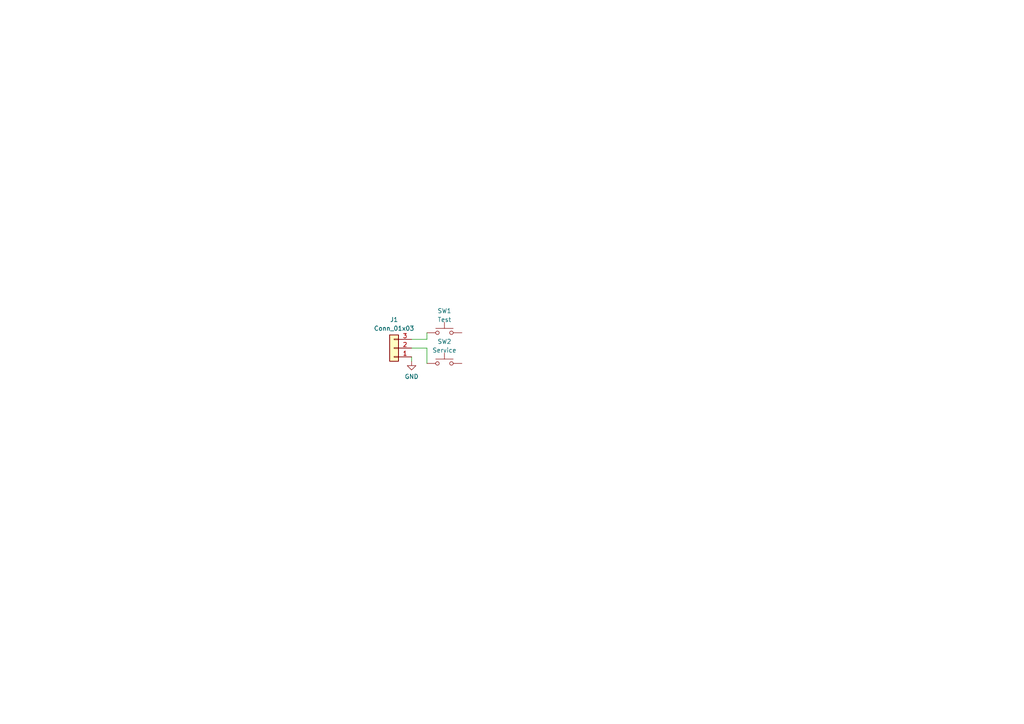
<source format=kicad_sch>
(kicad_sch (version 20230121) (generator eeschema)
  (paper "A4")
  (lib_symbols
    (symbol "Connector_Generic:Conn_01x03" (pin_names (offset 1.016) hide)
      (property "Reference" "J" (at 0 5.08 0))
      (property "Value" "Conn_01x03" (at 0 -5.08 0))
      (symbol "Conn_01x03_1_1"
        (rectangle (start -1.27 -2.413) (end 0 -2.667) (stroke (width 0.1524)))
        (rectangle (start -1.27 0.127) (end 0 -0.127) (stroke (width 0.1524)))
        (rectangle (start -1.27 2.667) (end 0 2.413) (stroke (width 0.1524)))
        (rectangle (start -1.27 3.81) (end 1.27 -3.81) (stroke (width 0.254)) (fill (type background)))
        (pin passive line (at -5.08 2.54 0) (length 3.81) (name "Pin_1") (number "1"))
        (pin passive line (at -5.08 0 0) (length 3.81) (name "Pin_2") (number "2"))
        (pin passive line (at -5.08 -2.54 0) (length 3.81) (name "Pin_3") (number "3"))
      )
    )
    (symbol "Switch:SW_Push" (pin_numbers hide) (pin_names (offset 1.016) hide)
      (property "Reference" "SW" (at 1.27 2.54 0))
      (property "Value" "SW_Push" (at 0 -1.524 0))
      (symbol "SW_Push_0_1"
        (circle (center -2.032 0) (radius 0.508))
        (polyline (pts (xy 0 1.27) (xy 0 3.048)))
        (polyline (pts (xy 2.54 1.27) (xy -2.54 1.27)))
        (circle (center 2.032 0) (radius 0.508))
        (pin passive line (at -5.08 0 0) (length 2.54) (name "1") (number "1"))
        (pin passive line (at 5.08 0 180) (length 2.54) (name "2") (number "2"))
      )
    )
    (symbol "power:GND" (power) (pin_names (offset 0))
      (property "Value" "GND" (at 0 -3.81 0))
      (symbol "GND_0_1"
        (polyline (pts (xy 0 0) (xy 0 -1.27) (xy 1.27 -1.27) (xy 0 -2.54) (xy -1.27 -1.27) (xy 0 -1.27)))
      )
      (symbol "GND_1_1"
        (pin power_in line (at 0 0 270) (length 0) hide (name "GND") (number "1"))
      )
    )
  )
  (wire (pts (xy 119.38 103.505) (xy 119.38 104.775)))
  (wire (pts (xy 119.38 98.425) (xy 123.825 98.425)))
  (wire (pts (xy 123.825 98.425) (xy 123.825 96.52)))
  (wire (pts (xy 123.825 100.965) (xy 119.38 100.965)))
  (wire (pts (xy 123.825 105.41) (xy 123.825 100.965)))
  (symbol (lib_id "Switch:SW_Push") (at 128.905 96.52 0) (unit 1)
    (property "Reference" "SW1" (at 128.905 90.17 0))
    (property "Value" "Test" (at 128.905 92.71 0))
    (property "Footprint" "Button_Switch_THT:SW_Tactile_SPST_Angled_PTS645Vx39-2LFS" (effects hide))
  )
  (symbol (lib_id "power:GND") (at 119.38 104.775 0) (unit 1)
    (property "Reference" "#PWR01" (effects hide))
    (property "Value" "GND" (at 119.38 109.22 0))
  )
  (symbol (lib_id "Switch:SW_Push") (at 128.905 105.41 0) (unit 1)
    (property "Reference" "SW2" (at 128.905 99.06 0))
    (property "Value" "Service" (at 128.905 101.6 0))
    (property "Footprint" "Button_Switch_THT:SW_Tactile_SPST_Angled_PTS645Vx39-2LFS" (effects hide))
  )
  (symbol (lib_id "Connector_Generic:Conn_01x03") (at 114.3 100.965 180) (unit 1)
    (property "Reference" "J1" (at 114.3 92.71 0))
    (property "Value" "Conn_01x03" (at 114.3 95.25 0))
    (property "Footprint" "Connector_PinHeader_2.54mm:PinHeader_1x03_P2.54mm_Vertical" (effects hide))
  )
)
</source>
